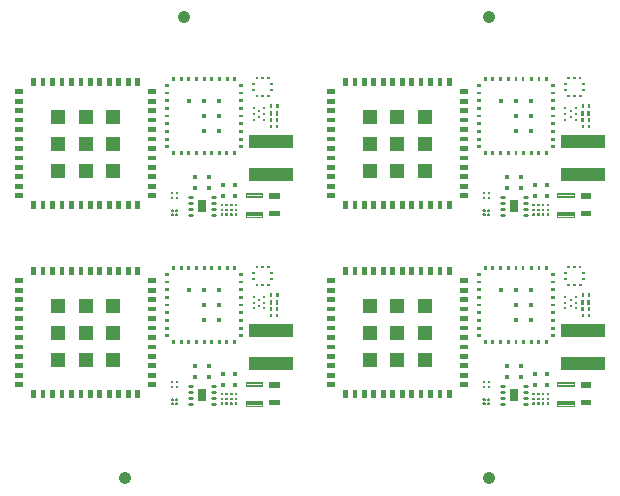
<source format=gbr>
*
%FSLAX26Y26*%
%MOIN*%
%ADD10R,0.015748X0.015748*%
%ADD11R,0.050394X0.050394*%
%ADD12R,0.008819X0.008819*%
%ADD13R,0.044094X0.044094*%
%ADD14C,0.007874*%
%ADD15C,0.007559*%
%ADD16C,0.004724*%
%ADD17R,0.018898X0.018898*%
%ADD18C,0.005000*%
%ADD19R,0.007874X0.007874*%
%ADD20R,0.008031X0.008031*%
%ADD21R,0.009449X0.009449*%
%ADD22C,0.008875*%
%ADD23R,0.025197X0.025197*%
%ADD24C,0.041339*%
%IPPOS*%
%LNgtp.gbr*%
%LPD*%
G75*
G36*
X723622Y73229D02*
Y68504D01*
X723563Y67812D01*
X723244Y67193D01*
X722709Y66745D01*
X722047Y66536D01*
X716535D01*
X715933Y66654D01*
X715421Y66997D01*
X715079Y67508D01*
X714961Y68111D01*
Y73229D01*
X715110Y73981D01*
X715535Y74623D01*
X716177Y75048D01*
X716929Y75197D01*
X721654D01*
X722406Y75048D01*
X723047Y74623D01*
X723472Y73981D01*
X723622Y73229D01*
G37*
G36*
Y88977D02*
Y84253D01*
X723563Y83560D01*
X723244Y82941D01*
X722709Y82493D01*
X722047Y82284D01*
X716535D01*
X715933Y82402D01*
X715421Y82745D01*
X715079Y83256D01*
X714961Y83859D01*
Y88977D01*
X715110Y89729D01*
X715535Y90371D01*
X716177Y90796D01*
X716929Y90945D01*
X721654D01*
X722406Y90796D01*
X723047Y90371D01*
X723472Y89729D01*
X723622Y88977D01*
G37*
G36*
Y104725D02*
Y100001D01*
X723563Y99308D01*
X723244Y98690D01*
X722709Y98241D01*
X722047Y98032D01*
X716535D01*
X715933Y98150D01*
X715421Y98493D01*
X715079Y99004D01*
X714961Y99607D01*
Y104725D01*
X715110Y105477D01*
X715535Y106119D01*
X716177Y106544D01*
X716929Y106693D01*
X721654D01*
X722406Y106544D01*
X723047Y106119D01*
X723472Y105477D01*
X723622Y104725D01*
G37*
G36*
X739370Y73229D02*
Y68504D01*
X739311Y67812D01*
X738992Y67193D01*
X738457Y66745D01*
X737795Y66536D01*
X732283D01*
X731681Y66654D01*
X731169Y66997D01*
X730827Y67508D01*
X730709Y68111D01*
Y73229D01*
X730858Y73981D01*
X731283Y74623D01*
X731925Y75048D01*
X732677Y75197D01*
X737402D01*
X738154Y75048D01*
X738795Y74623D01*
X739220Y73981D01*
X739370Y73229D01*
G37*
G36*
Y88977D02*
Y84253D01*
X739311Y83560D01*
X738992Y82941D01*
X738457Y82493D01*
X737795Y82284D01*
X732283D01*
X731681Y82402D01*
X731169Y82745D01*
X730827Y83256D01*
X730709Y83859D01*
Y88977D01*
X730858Y89729D01*
X731283Y90371D01*
X731925Y90796D01*
X732677Y90945D01*
X737402D01*
X738154Y90796D01*
X738795Y90371D01*
X739220Y89729D01*
X739370Y88977D01*
G37*
G36*
Y104725D02*
Y100001D01*
X739311Y99308D01*
X738992Y98690D01*
X738457Y98241D01*
X737795Y98032D01*
X732283D01*
X731681Y98150D01*
X731169Y98493D01*
X730827Y99004D01*
X730709Y99607D01*
Y104725D01*
X730858Y105477D01*
X731283Y106119D01*
X731925Y106544D01*
X732677Y106693D01*
X737402D01*
X738154Y106544D01*
X738795Y106119D01*
X739220Y105477D01*
X739370Y104725D01*
G37*
G36*
X755118Y73229D02*
Y68504D01*
X755059Y67812D01*
X754740Y67193D01*
X754205Y66745D01*
X753543Y66536D01*
X748031D01*
X747429Y66654D01*
X746917Y66997D01*
X746575Y67508D01*
X746457Y68111D01*
Y73229D01*
X746606Y73981D01*
X747031Y74623D01*
X747673Y75048D01*
X748425Y75197D01*
X753150D01*
X753902Y75048D01*
X754543Y74623D01*
X754968Y73981D01*
X755118Y73229D01*
G37*
G36*
Y88977D02*
Y84253D01*
X755059Y83560D01*
X754740Y82941D01*
X754205Y82493D01*
X753543Y82284D01*
X748031D01*
X747429Y82402D01*
X746917Y82745D01*
X746575Y83256D01*
X746457Y83859D01*
Y88977D01*
X746606Y89729D01*
X747031Y90371D01*
X747673Y90796D01*
X748425Y90945D01*
X753150D01*
X753902Y90796D01*
X754543Y90371D01*
X754968Y89729D01*
X755118Y88977D01*
G37*
G36*
Y104725D02*
Y100001D01*
X755059Y99308D01*
X754740Y98690D01*
X754205Y98241D01*
X753543Y98032D01*
X748031D01*
X747429Y98150D01*
X746917Y98493D01*
X746575Y99004D01*
X746457Y99607D01*
Y104725D01*
X746606Y105477D01*
X747031Y106119D01*
X747673Y106544D01*
X748425Y106693D01*
X753150D01*
X753902Y106544D01*
X754543Y106119D01*
X754968Y105477D01*
X755118Y104725D01*
G37*
G36*
X770866Y73229D02*
Y68504D01*
X770807Y67812D01*
X770488Y67193D01*
X769953Y66745D01*
X769291Y66536D01*
X763780D01*
X763177Y66654D01*
X762665Y66997D01*
X762323Y67508D01*
X762205Y68111D01*
Y73229D01*
X762354Y73981D01*
X762780Y74623D01*
X763421Y75048D01*
X764173Y75197D01*
X768898D01*
X769650Y75048D01*
X770291Y74623D01*
X770717Y73981D01*
X770866Y73229D01*
G37*
G36*
Y88977D02*
Y84253D01*
X770807Y83560D01*
X770488Y82941D01*
X769953Y82493D01*
X769291Y82284D01*
X763780D01*
X763177Y82402D01*
X762665Y82745D01*
X762323Y83256D01*
X762205Y83859D01*
Y88977D01*
X762354Y89729D01*
X762780Y90371D01*
X763421Y90796D01*
X764173Y90945D01*
X768898D01*
X769650Y90796D01*
X770291Y90371D01*
X770717Y89729D01*
X770866Y88977D01*
G37*
G36*
Y104725D02*
Y100001D01*
X770807Y99308D01*
X770488Y98690D01*
X769953Y98241D01*
X769291Y98032D01*
X763780D01*
X763177Y98150D01*
X762665Y98493D01*
X762323Y99004D01*
X762205Y99607D01*
Y104725D01*
X762354Y105477D01*
X762780Y106119D01*
X763421Y106544D01*
X764173Y106693D01*
X768898D01*
X769650Y106544D01*
X770291Y106119D01*
X770717Y105477D01*
X770866Y104725D01*
G37*
G54D10*
X676378Y194882D03*
Y159449D03*
X36878Y480316D02*
X48689D01*
X36878Y448819D02*
X48689D01*
X36878Y417323D02*
X48689D01*
X36878Y385827D02*
X48689D01*
X36878Y354331D02*
X48689D01*
X36878Y322835D02*
X48689D01*
X36878Y291339D02*
X48689D01*
X36878Y259843D02*
X48689D01*
X36878Y228347D02*
X48689D01*
X36878Y196851D02*
X48689D01*
X36878Y165355D02*
X48689D01*
X36878Y133859D02*
X48689D01*
X91996Y96457D02*
Y108268D01*
X123492Y96457D02*
Y108268D01*
X154988Y96457D02*
Y108268D01*
X186484Y96457D02*
Y108268D01*
X217980Y96457D02*
Y108268D01*
X249476Y96457D02*
Y108268D01*
X280972Y96457D02*
Y108268D01*
X312468Y96457D02*
Y108268D01*
X343965Y96457D02*
Y108268D01*
X375461Y96457D02*
Y108268D01*
X406957Y96457D02*
Y108268D01*
X438453Y96457D02*
Y108268D01*
X481760Y133859D02*
X493571D01*
X481760Y165355D02*
X493571D01*
X481760Y196851D02*
X493571D01*
X481760Y228347D02*
X493571D01*
X481760Y259843D02*
X493571D01*
X481760Y291339D02*
X493571D01*
X481760Y322835D02*
X493571D01*
X481760Y354331D02*
X493571D01*
X481760Y385827D02*
X493571D01*
X481760Y417323D02*
X493571D01*
X481760Y448819D02*
X493571D01*
X481760Y480316D02*
X493571D01*
X438453Y505906D02*
Y517717D01*
X406957Y505906D02*
Y517717D01*
X375461Y505906D02*
Y517717D01*
X343965Y505906D02*
Y517717D01*
X312468Y505906D02*
Y517717D01*
X280972Y505906D02*
Y517717D01*
X249476Y505906D02*
Y517717D01*
X217980Y505906D02*
Y517717D01*
X186484Y505906D02*
Y517717D01*
X154988Y505906D02*
Y517717D01*
X123492Y505906D02*
Y517717D01*
X91996Y505906D02*
Y517717D01*
G54D11*
X174673Y397638D03*
X265224D03*
X355776D03*
X174673Y307087D03*
X265224D03*
X355776D03*
X174673Y216536D03*
X265224D03*
X355776D03*
G54D12*
X902953Y404379D02*
Y410284D01*
X882874Y404379D02*
Y410284D01*
X903740Y429331D02*
Y435237D01*
X883661Y429331D02*
Y435237D01*
X903197Y382875D02*
Y388780D01*
X883118Y382875D02*
Y388780D01*
G54D13*
X832677Y205119D02*
X935039D01*
G54D14*
X568898Y141733D03*
Y125985D03*
X553150D03*
Y141733D03*
G54D13*
X832677Y313386D02*
X935039D01*
G54D10*
X629134Y159449D03*
Y194882D03*
G54D15*
X858858Y427166D03*
Y407481D03*
Y387796D03*
X842126Y417323D03*
Y397638D03*
X825394Y427166D03*
Y407481D03*
Y387796D03*
G54D16*
X852697Y78150D02*
Y63977D01*
X798689D01*
Y78150D01*
X852697D01*
Y68465D02*
X798689D01*
Y72953D02*
X852697D01*
Y77441D02*
X798689D01*
X852697Y128938D02*
Y143111D01*
Y128938D02*
X798689D01*
Y143111D01*
X852697D01*
Y133426D02*
X798689D01*
Y137914D02*
X852697D01*
Y142402D02*
X798689D01*
G54D17*
X886370Y133071D02*
X902118D01*
X886370Y74016D02*
X902118D01*
G54D10*
X762598Y169292D03*
Y133859D03*
X724016Y169292D03*
Y133859D03*
G54D18*
X552079Y71831D02*
X552087Y72004D01*
X552110Y72178D01*
X552150Y72347D01*
X552201Y72512D01*
X552268Y72674D01*
X552350Y72827D01*
X552445Y72973D01*
X552551Y73111D01*
X552669Y73237D01*
X552799Y73355D01*
X552941Y73457D01*
X553087Y73552D01*
X553244Y73627D01*
X553406Y73693D01*
X553575Y73741D01*
X553744Y73776D01*
X553917Y73796D01*
X554091Y73800D01*
X554264Y73788D01*
X554437Y73760D01*
X554606Y73717D01*
X554772Y73662D01*
X554929Y73591D01*
X555083Y73504D01*
X555224Y73410D01*
X555358Y73300D01*
X555484Y73178D01*
X555598Y73044D01*
X555701Y72902D01*
X555787Y72753D01*
X555862Y72595D01*
X555921Y72430D01*
X555968Y72264D01*
X556000Y72091D01*
X556016Y71918D01*
Y71745D01*
X556000Y71571D01*
X555968Y71398D01*
X555921Y71233D01*
X555862Y71067D01*
X555787Y70910D01*
X555701Y70760D01*
X555598Y70619D01*
X555484Y70485D01*
X555358Y70363D01*
X555224Y70253D01*
X555083Y70158D01*
X554929Y70071D01*
X554772Y70001D01*
X554606Y69945D01*
X554437Y69902D01*
X554264Y69875D01*
X554091Y69863D01*
X553917Y69867D01*
X553744Y69886D01*
X553575Y69922D01*
X553406Y69969D01*
X553244Y70036D01*
X553087Y70111D01*
X552941Y70205D01*
X552799Y70308D01*
X552669Y70426D01*
X552551Y70552D01*
X552445Y70690D01*
X552350Y70835D01*
X552268Y70989D01*
X552201Y71150D01*
X552150Y71316D01*
X552110Y71485D01*
X552087Y71658D01*
X552079Y71831D01*
Y85611D02*
X552087Y85784D01*
X552110Y85957D01*
X552150Y86127D01*
X552201Y86292D01*
X552268Y86453D01*
X552350Y86607D01*
X552445Y86753D01*
X552551Y86890D01*
X552669Y87016D01*
X552799Y87134D01*
X552941Y87237D01*
X553087Y87331D01*
X553244Y87406D01*
X553406Y87473D01*
X553575Y87520D01*
X553744Y87556D01*
X553917Y87575D01*
X554091Y87579D01*
X554264Y87567D01*
X554437Y87540D01*
X554606Y87497D01*
X554772Y87441D01*
X554929Y87371D01*
X555083Y87284D01*
X555224Y87190D01*
X555358Y87079D01*
X555484Y86957D01*
X555598Y86823D01*
X555701Y86682D01*
X555787Y86532D01*
X555862Y86375D01*
X555921Y86209D01*
X555968Y86044D01*
X556000Y85871D01*
X556016Y85697D01*
Y85524D01*
X556000Y85351D01*
X555968Y85178D01*
X555921Y85012D01*
X555862Y84847D01*
X555787Y84690D01*
X555701Y84540D01*
X555598Y84398D01*
X555484Y84264D01*
X555358Y84142D01*
X555224Y84032D01*
X555083Y83938D01*
X554929Y83851D01*
X554772Y83780D01*
X554606Y83725D01*
X554437Y83682D01*
X554264Y83654D01*
X554091Y83642D01*
X553917Y83646D01*
X553744Y83666D01*
X553575Y83701D01*
X553406Y83749D01*
X553244Y83816D01*
X553087Y83890D01*
X552941Y83985D01*
X552799Y84087D01*
X552669Y84205D01*
X552551Y84331D01*
X552445Y84469D01*
X552350Y84615D01*
X552268Y84768D01*
X552201Y84930D01*
X552150Y85095D01*
X552110Y85264D01*
X552087Y85438D01*
X552079Y85611D01*
X565858Y71831D02*
X565866Y72004D01*
X565890Y72178D01*
X565929Y72347D01*
X565980Y72512D01*
X566047Y72674D01*
X566130Y72827D01*
X566224Y72973D01*
X566331Y73111D01*
X566449Y73237D01*
X566579Y73355D01*
X566720Y73457D01*
X566866Y73552D01*
X567024Y73627D01*
X567185Y73693D01*
X567354Y73741D01*
X567524Y73776D01*
X567697Y73796D01*
X567870Y73800D01*
X568043Y73788D01*
X568217Y73760D01*
X568386Y73717D01*
X568551Y73662D01*
X568709Y73591D01*
X568862Y73504D01*
X569004Y73410D01*
X569138Y73300D01*
X569264Y73178D01*
X569378Y73044D01*
X569480Y72902D01*
X569567Y72753D01*
X569642Y72595D01*
X569701Y72430D01*
X569748Y72264D01*
X569780Y72091D01*
X569795Y71918D01*
Y71745D01*
X569780Y71571D01*
X569748Y71398D01*
X569701Y71233D01*
X569642Y71067D01*
X569567Y70910D01*
X569480Y70760D01*
X569378Y70619D01*
X569264Y70485D01*
X569138Y70363D01*
X569004Y70253D01*
X568862Y70158D01*
X568709Y70071D01*
X568551Y70001D01*
X568386Y69945D01*
X568217Y69902D01*
X568043Y69875D01*
X567870Y69863D01*
X567697Y69867D01*
X567524Y69886D01*
X567354Y69922D01*
X567185Y69969D01*
X567024Y70036D01*
X566866Y70111D01*
X566720Y70205D01*
X566579Y70308D01*
X566449Y70426D01*
X566331Y70552D01*
X566224Y70690D01*
X566130Y70835D01*
X566047Y70989D01*
X565980Y71150D01*
X565929Y71316D01*
X565890Y71485D01*
X565866Y71658D01*
X565858Y71831D01*
Y85611D02*
X565866Y85784D01*
X565890Y85957D01*
X565929Y86127D01*
X565980Y86292D01*
X566047Y86453D01*
X566130Y86607D01*
X566224Y86753D01*
X566331Y86890D01*
X566449Y87016D01*
X566579Y87134D01*
X566720Y87237D01*
X566866Y87331D01*
X567024Y87406D01*
X567185Y87473D01*
X567354Y87520D01*
X567524Y87556D01*
X567697Y87575D01*
X567870Y87579D01*
X568043Y87567D01*
X568217Y87540D01*
X568386Y87497D01*
X568551Y87441D01*
X568709Y87371D01*
X568862Y87284D01*
X569004Y87190D01*
X569138Y87079D01*
X569264Y86957D01*
X569378Y86823D01*
X569480Y86682D01*
X569567Y86532D01*
X569642Y86375D01*
X569701Y86209D01*
X569748Y86044D01*
X569780Y85871D01*
X569795Y85697D01*
Y85524D01*
X569780Y85351D01*
X569748Y85178D01*
X569701Y85012D01*
X569642Y84847D01*
X569567Y84690D01*
X569480Y84540D01*
X569378Y84398D01*
X569264Y84264D01*
X569138Y84142D01*
X569004Y84032D01*
X568862Y83938D01*
X568709Y83851D01*
X568551Y83780D01*
X568386Y83725D01*
X568217Y83682D01*
X568043Y83654D01*
X567870Y83642D01*
X567697Y83646D01*
X567524Y83666D01*
X567354Y83701D01*
X567185Y83749D01*
X567024Y83816D01*
X566866Y83890D01*
X566720Y83985D01*
X566579Y84087D01*
X566449Y84205D01*
X566331Y84331D01*
X566224Y84469D01*
X566130Y84615D01*
X566047Y84768D01*
X565980Y84930D01*
X565929Y85095D01*
X565890Y85264D01*
X565866Y85438D01*
X565858Y85611D01*
G54D19*
X884744Y486221D02*
X885728D01*
X884744Y505906D02*
X885728D01*
X874803Y525690D02*
Y526674D01*
X855118Y525690D02*
Y526674D01*
X835433Y525690D02*
Y526674D01*
X824508Y505906D02*
X825492D01*
X824508Y486221D02*
X825492D01*
X835433Y465453D02*
Y466438D01*
X855118Y465453D02*
Y466438D01*
G54D20*
X874803Y465552D02*
Y466339D01*
G54D21*
X782283Y296851D02*
X786220D01*
X782283Y322441D02*
X786220D01*
X782283Y348032D02*
X786220D01*
X782283Y373623D02*
X786220D01*
X782283Y399213D02*
X786220D01*
X782283Y424804D02*
X786220D01*
X782283Y450394D02*
X786220D01*
X782283Y475985D02*
X786220D01*
X782283Y501575D02*
X786220D01*
X762598Y521260D02*
Y525197D01*
X737008Y521260D02*
Y525197D01*
X711417Y521260D02*
Y525197D01*
X683858Y521260D02*
Y525197D01*
X660236Y521260D02*
Y525197D01*
X634646Y521260D02*
Y525197D01*
X609055Y521260D02*
Y525197D01*
X583465Y521260D02*
Y525197D01*
X557874Y521260D02*
Y525197D01*
X534252Y501575D02*
X538189D01*
X534252Y475985D02*
X538189D01*
X534252Y450394D02*
X538189D01*
X534252Y424804D02*
X538189D01*
X534252Y399213D02*
X538189D01*
X534252Y373623D02*
X538189D01*
X534252Y348032D02*
X538189D01*
X534252Y322441D02*
X538189D01*
X534252Y296851D02*
X538189D01*
X557874Y273229D02*
Y277166D01*
X583465Y273229D02*
Y277166D01*
X609055Y273229D02*
Y277166D01*
X634646Y273229D02*
Y277166D01*
X660236Y273229D02*
Y277166D01*
X685827Y273229D02*
Y277166D01*
X711417Y273229D02*
Y277166D01*
X735039Y273229D02*
Y277166D01*
X762598Y273229D02*
Y277166D01*
G54D10*
X660236Y399213D03*
Y348032D03*
X711417D03*
Y399213D03*
Y450394D03*
X660236D03*
X609055D03*
G54D22*
X609252Y129528D02*
X620276D01*
Y109843D02*
X609252D01*
Y90158D02*
X620276D01*
Y70473D02*
X609252D01*
X686024D02*
X697047D01*
Y90158D02*
X686024D01*
Y109843D02*
X697047D01*
Y129528D02*
X686024D01*
G54D23*
X653150Y92127D02*
Y107875D01*
G54D19*
X883953Y361961D02*
Y365898D01*
X903638Y361961D02*
Y365898D01*
G36*
X723622Y703150D02*
Y698426D01*
X723563Y697733D01*
X723244Y697115D01*
X722709Y696666D01*
X722047Y696457D01*
X716535D01*
X715933Y696575D01*
X715421Y696918D01*
X715079Y697430D01*
X714961Y698032D01*
Y703150D01*
X715110Y703902D01*
X715535Y704544D01*
X716177Y704969D01*
X716929Y705119D01*
X721654D01*
X722406Y704969D01*
X723047Y704544D01*
X723472Y703902D01*
X723622Y703150D01*
G37*
G36*
Y718898D02*
Y714174D01*
X723563Y713481D01*
X723244Y712863D01*
X722709Y712414D01*
X722047Y712205D01*
X716535D01*
X715933Y712323D01*
X715421Y712666D01*
X715079Y713178D01*
X714961Y713780D01*
Y718898D01*
X715110Y719650D01*
X715535Y720292D01*
X716177Y720717D01*
X716929Y720867D01*
X721654D01*
X722406Y720717D01*
X723047Y720292D01*
X723472Y719650D01*
X723622Y718898D01*
G37*
G36*
Y734646D02*
Y729922D01*
X723563Y729229D01*
X723244Y728611D01*
X722709Y728162D01*
X722047Y727953D01*
X716535D01*
X715933Y728071D01*
X715421Y728414D01*
X715079Y728926D01*
X714961Y729528D01*
Y734646D01*
X715110Y735398D01*
X715535Y736040D01*
X716177Y736465D01*
X716929Y736615D01*
X721654D01*
X722406Y736465D01*
X723047Y736040D01*
X723472Y735398D01*
X723622Y734646D01*
G37*
G36*
X739370Y703150D02*
Y698426D01*
X739311Y697733D01*
X738992Y697115D01*
X738457Y696666D01*
X737795Y696457D01*
X732283D01*
X731681Y696575D01*
X731169Y696918D01*
X730827Y697430D01*
X730709Y698032D01*
Y703150D01*
X730858Y703902D01*
X731283Y704544D01*
X731925Y704969D01*
X732677Y705119D01*
X737402D01*
X738154Y704969D01*
X738795Y704544D01*
X739220Y703902D01*
X739370Y703150D01*
G37*
G36*
Y718898D02*
Y714174D01*
X739311Y713481D01*
X738992Y712863D01*
X738457Y712414D01*
X737795Y712205D01*
X732283D01*
X731681Y712323D01*
X731169Y712666D01*
X730827Y713178D01*
X730709Y713780D01*
Y718898D01*
X730858Y719650D01*
X731283Y720292D01*
X731925Y720717D01*
X732677Y720867D01*
X737402D01*
X738154Y720717D01*
X738795Y720292D01*
X739220Y719650D01*
X739370Y718898D01*
G37*
G36*
Y734646D02*
Y729922D01*
X739311Y729229D01*
X738992Y728611D01*
X738457Y728162D01*
X737795Y727953D01*
X732283D01*
X731681Y728071D01*
X731169Y728414D01*
X730827Y728926D01*
X730709Y729528D01*
Y734646D01*
X730858Y735398D01*
X731283Y736040D01*
X731925Y736465D01*
X732677Y736615D01*
X737402D01*
X738154Y736465D01*
X738795Y736040D01*
X739220Y735398D01*
X739370Y734646D01*
G37*
G36*
X755118Y703150D02*
Y698426D01*
X755059Y697733D01*
X754740Y697115D01*
X754205Y696666D01*
X753543Y696457D01*
X748031D01*
X747429Y696575D01*
X746917Y696918D01*
X746575Y697430D01*
X746457Y698032D01*
Y703150D01*
X746606Y703902D01*
X747031Y704544D01*
X747673Y704969D01*
X748425Y705119D01*
X753150D01*
X753902Y704969D01*
X754543Y704544D01*
X754968Y703902D01*
X755118Y703150D01*
G37*
G36*
Y718898D02*
Y714174D01*
X755059Y713481D01*
X754740Y712863D01*
X754205Y712414D01*
X753543Y712205D01*
X748031D01*
X747429Y712323D01*
X746917Y712666D01*
X746575Y713178D01*
X746457Y713780D01*
Y718898D01*
X746606Y719650D01*
X747031Y720292D01*
X747673Y720717D01*
X748425Y720867D01*
X753150D01*
X753902Y720717D01*
X754543Y720292D01*
X754968Y719650D01*
X755118Y718898D01*
G37*
G36*
Y734646D02*
Y729922D01*
X755059Y729229D01*
X754740Y728611D01*
X754205Y728162D01*
X753543Y727953D01*
X748031D01*
X747429Y728071D01*
X746917Y728414D01*
X746575Y728926D01*
X746457Y729528D01*
Y734646D01*
X746606Y735398D01*
X747031Y736040D01*
X747673Y736465D01*
X748425Y736615D01*
X753150D01*
X753902Y736465D01*
X754543Y736040D01*
X754968Y735398D01*
X755118Y734646D01*
G37*
G36*
X770866Y703150D02*
Y698426D01*
X770807Y697733D01*
X770488Y697115D01*
X769953Y696666D01*
X769291Y696457D01*
X763780D01*
X763177Y696575D01*
X762665Y696918D01*
X762323Y697430D01*
X762205Y698032D01*
Y703150D01*
X762354Y703902D01*
X762780Y704544D01*
X763421Y704969D01*
X764173Y705119D01*
X768898D01*
X769650Y704969D01*
X770291Y704544D01*
X770717Y703902D01*
X770866Y703150D01*
G37*
G36*
Y718898D02*
Y714174D01*
X770807Y713481D01*
X770488Y712863D01*
X769953Y712414D01*
X769291Y712205D01*
X763780D01*
X763177Y712323D01*
X762665Y712666D01*
X762323Y713178D01*
X762205Y713780D01*
Y718898D01*
X762354Y719650D01*
X762780Y720292D01*
X763421Y720717D01*
X764173Y720867D01*
X768898D01*
X769650Y720717D01*
X770291Y720292D01*
X770717Y719650D01*
X770866Y718898D01*
G37*
G36*
Y734646D02*
Y729922D01*
X770807Y729229D01*
X770488Y728611D01*
X769953Y728162D01*
X769291Y727953D01*
X763780D01*
X763177Y728071D01*
X762665Y728414D01*
X762323Y728926D01*
X762205Y729528D01*
Y734646D01*
X762354Y735398D01*
X762780Y736040D01*
X763421Y736465D01*
X764173Y736615D01*
X768898D01*
X769650Y736465D01*
X770291Y736040D01*
X770717Y735398D01*
X770866Y734646D01*
G37*
G54D10*
X676378Y824804D03*
Y789371D03*
X36878Y1110237D02*
X48689D01*
X36878Y1078741D02*
X48689D01*
X36878Y1047245D02*
X48689D01*
X36878Y1015749D02*
X48689D01*
X36878Y984253D02*
X48689D01*
X36878Y952756D02*
X48689D01*
X36878Y921260D02*
X48689D01*
X36878Y889764D02*
X48689D01*
X36878Y858268D02*
X48689D01*
X36878Y826772D02*
X48689D01*
X36878Y795276D02*
X48689D01*
X36878Y763780D02*
X48689D01*
X91996Y726379D02*
Y738190D01*
X123492Y726379D02*
Y738190D01*
X154988Y726379D02*
Y738190D01*
X186484Y726379D02*
Y738190D01*
X217980Y726379D02*
Y738190D01*
X249476Y726379D02*
Y738190D01*
X280972Y726379D02*
Y738190D01*
X312468Y726379D02*
Y738190D01*
X343965Y726379D02*
Y738190D01*
X375461Y726379D02*
Y738190D01*
X406957Y726379D02*
Y738190D01*
X438453Y726379D02*
Y738190D01*
X481760Y763780D02*
X493571D01*
X481760Y795276D02*
X493571D01*
X481760Y826772D02*
X493571D01*
X481760Y858268D02*
X493571D01*
X481760Y889764D02*
X493571D01*
X481760Y921260D02*
X493571D01*
X481760Y952756D02*
X493571D01*
X481760Y984253D02*
X493571D01*
X481760Y1015749D02*
X493571D01*
X481760Y1047245D02*
X493571D01*
X481760Y1078741D02*
X493571D01*
X481760Y1110237D02*
X493571D01*
X438453Y1135827D02*
Y1147638D01*
X406957Y1135827D02*
Y1147638D01*
X375461Y1135827D02*
Y1147638D01*
X343965Y1135827D02*
Y1147638D01*
X312468Y1135827D02*
Y1147638D01*
X280972Y1135827D02*
Y1147638D01*
X249476Y1135827D02*
Y1147638D01*
X217980Y1135827D02*
Y1147638D01*
X186484Y1135827D02*
Y1147638D01*
X154988Y1135827D02*
Y1147638D01*
X123492Y1135827D02*
Y1147638D01*
X91996Y1135827D02*
Y1147638D01*
G54D11*
X174673Y1027560D03*
X265224D03*
X355776D03*
X174673Y937008D03*
X265224D03*
X355776D03*
X174673Y846457D03*
X265224D03*
X355776D03*
G54D12*
X902953Y1034300D02*
Y1040205D01*
X882874Y1034300D02*
Y1040205D01*
X903740Y1059253D02*
Y1065158D01*
X883661Y1059253D02*
Y1065158D01*
X903197Y1012796D02*
Y1018701D01*
X883118Y1012796D02*
Y1018701D01*
G54D13*
X832677Y835040D02*
X935039D01*
G54D14*
X568898Y771654D03*
Y755906D03*
X553150D03*
Y771654D03*
G54D13*
X832677Y943308D02*
X935039D01*
G54D10*
X629134Y789371D03*
Y824804D03*
G54D15*
X858858Y1057087D03*
Y1037402D03*
Y1017717D03*
X842126Y1047245D03*
Y1027560D03*
X825394Y1057087D03*
Y1037402D03*
Y1017717D03*
G54D16*
X852697Y708071D02*
Y693898D01*
X798689D01*
Y708071D01*
X852697D01*
Y698386D02*
X798689D01*
Y702875D02*
X852697D01*
Y707363D02*
X798689D01*
X852697Y758859D02*
Y773032D01*
Y758859D02*
X798689D01*
Y773032D01*
X852697D01*
Y763347D02*
X798689D01*
Y767835D02*
X852697D01*
Y772323D02*
X798689D01*
G54D17*
X886370Y762993D02*
X902118D01*
X886370Y703938D02*
X902118D01*
G54D10*
X762598Y799213D03*
Y763780D03*
X724016Y799213D03*
Y763780D03*
G54D18*
X552079Y701753D02*
X552087Y701926D01*
X552110Y702099D01*
X552150Y702268D01*
X552201Y702434D01*
X552268Y702595D01*
X552350Y702749D01*
X552445Y702894D01*
X552551Y703032D01*
X552669Y703158D01*
X552799Y703276D01*
X552941Y703379D01*
X553087Y703473D01*
X553244Y703548D01*
X553406Y703615D01*
X553575Y703662D01*
X553744Y703697D01*
X553917Y703717D01*
X554091Y703721D01*
X554264Y703709D01*
X554437Y703682D01*
X554606Y703638D01*
X554772Y703583D01*
X554929Y703512D01*
X555083Y703426D01*
X555224Y703331D01*
X555358Y703221D01*
X555484Y703099D01*
X555598Y702965D01*
X555701Y702823D01*
X555787Y702674D01*
X555862Y702516D01*
X555921Y702351D01*
X555968Y702186D01*
X556000Y702012D01*
X556016Y701839D01*
Y701666D01*
X556000Y701493D01*
X555968Y701319D01*
X555921Y701154D01*
X555862Y700989D01*
X555787Y700831D01*
X555701Y700682D01*
X555598Y700540D01*
X555484Y700406D01*
X555358Y700284D01*
X555224Y700174D01*
X555083Y700079D01*
X554929Y699993D01*
X554772Y699922D01*
X554606Y699867D01*
X554437Y699823D01*
X554264Y699796D01*
X554091Y699784D01*
X553917Y699788D01*
X553744Y699808D01*
X553575Y699843D01*
X553406Y699890D01*
X553244Y699957D01*
X553087Y700032D01*
X552941Y700127D01*
X552799Y700229D01*
X552669Y700347D01*
X552551Y700473D01*
X552445Y700611D01*
X552350Y700756D01*
X552268Y700910D01*
X552201Y701071D01*
X552150Y701237D01*
X552110Y701406D01*
X552087Y701579D01*
X552079Y701753D01*
Y715532D02*
X552087Y715705D01*
X552110Y715879D01*
X552150Y716048D01*
X552201Y716213D01*
X552268Y716375D01*
X552350Y716528D01*
X552445Y716674D01*
X552551Y716812D01*
X552669Y716938D01*
X552799Y717056D01*
X552941Y717158D01*
X553087Y717253D01*
X553244Y717327D01*
X553406Y717394D01*
X553575Y717441D01*
X553744Y717477D01*
X553917Y717497D01*
X554091Y717501D01*
X554264Y717489D01*
X554437Y717461D01*
X554606Y717418D01*
X554772Y717363D01*
X554929Y717292D01*
X555083Y717205D01*
X555224Y717111D01*
X555358Y717001D01*
X555484Y716879D01*
X555598Y716745D01*
X555701Y716603D01*
X555787Y716453D01*
X555862Y716296D01*
X555921Y716130D01*
X555968Y715965D01*
X556000Y715792D01*
X556016Y715619D01*
Y715445D01*
X556000Y715272D01*
X555968Y715099D01*
X555921Y714934D01*
X555862Y714768D01*
X555787Y714611D01*
X555701Y714461D01*
X555598Y714319D01*
X555484Y714186D01*
X555358Y714064D01*
X555224Y713953D01*
X555083Y713859D01*
X554929Y713772D01*
X554772Y713701D01*
X554606Y713646D01*
X554437Y713603D01*
X554264Y713575D01*
X554091Y713564D01*
X553917Y713567D01*
X553744Y713587D01*
X553575Y713623D01*
X553406Y713670D01*
X553244Y713737D01*
X553087Y713812D01*
X552941Y713906D01*
X552799Y714008D01*
X552669Y714127D01*
X552551Y714253D01*
X552445Y714390D01*
X552350Y714536D01*
X552268Y714690D01*
X552201Y714851D01*
X552150Y715016D01*
X552110Y715186D01*
X552087Y715359D01*
X552079Y715532D01*
X565858Y701753D02*
X565866Y701926D01*
X565890Y702099D01*
X565929Y702268D01*
X565980Y702434D01*
X566047Y702595D01*
X566130Y702749D01*
X566224Y702894D01*
X566331Y703032D01*
X566449Y703158D01*
X566579Y703276D01*
X566720Y703379D01*
X566866Y703473D01*
X567024Y703548D01*
X567185Y703615D01*
X567354Y703662D01*
X567524Y703697D01*
X567697Y703717D01*
X567870Y703721D01*
X568043Y703709D01*
X568217Y703682D01*
X568386Y703638D01*
X568551Y703583D01*
X568709Y703512D01*
X568862Y703426D01*
X569004Y703331D01*
X569138Y703221D01*
X569264Y703099D01*
X569378Y702965D01*
X569480Y702823D01*
X569567Y702674D01*
X569642Y702516D01*
X569701Y702351D01*
X569748Y702186D01*
X569780Y702012D01*
X569795Y701839D01*
Y701666D01*
X569780Y701493D01*
X569748Y701319D01*
X569701Y701154D01*
X569642Y700989D01*
X569567Y700831D01*
X569480Y700682D01*
X569378Y700540D01*
X569264Y700406D01*
X569138Y700284D01*
X569004Y700174D01*
X568862Y700079D01*
X568709Y699993D01*
X568551Y699922D01*
X568386Y699867D01*
X568217Y699823D01*
X568043Y699796D01*
X567870Y699784D01*
X567697Y699788D01*
X567524Y699808D01*
X567354Y699843D01*
X567185Y699890D01*
X567024Y699957D01*
X566866Y700032D01*
X566720Y700127D01*
X566579Y700229D01*
X566449Y700347D01*
X566331Y700473D01*
X566224Y700611D01*
X566130Y700756D01*
X566047Y700910D01*
X565980Y701071D01*
X565929Y701237D01*
X565890Y701406D01*
X565866Y701579D01*
X565858Y701753D01*
Y715532D02*
X565866Y715705D01*
X565890Y715879D01*
X565929Y716048D01*
X565980Y716213D01*
X566047Y716375D01*
X566130Y716528D01*
X566224Y716674D01*
X566331Y716812D01*
X566449Y716938D01*
X566579Y717056D01*
X566720Y717158D01*
X566866Y717253D01*
X567024Y717327D01*
X567185Y717394D01*
X567354Y717441D01*
X567524Y717477D01*
X567697Y717497D01*
X567870Y717501D01*
X568043Y717489D01*
X568217Y717461D01*
X568386Y717418D01*
X568551Y717363D01*
X568709Y717292D01*
X568862Y717205D01*
X569004Y717111D01*
X569138Y717001D01*
X569264Y716879D01*
X569378Y716745D01*
X569480Y716603D01*
X569567Y716453D01*
X569642Y716296D01*
X569701Y716130D01*
X569748Y715965D01*
X569780Y715792D01*
X569795Y715619D01*
Y715445D01*
X569780Y715272D01*
X569748Y715099D01*
X569701Y714934D01*
X569642Y714768D01*
X569567Y714611D01*
X569480Y714461D01*
X569378Y714319D01*
X569264Y714186D01*
X569138Y714064D01*
X569004Y713953D01*
X568862Y713859D01*
X568709Y713772D01*
X568551Y713701D01*
X568386Y713646D01*
X568217Y713603D01*
X568043Y713575D01*
X567870Y713564D01*
X567697Y713567D01*
X567524Y713587D01*
X567354Y713623D01*
X567185Y713670D01*
X567024Y713737D01*
X566866Y713812D01*
X566720Y713906D01*
X566579Y714008D01*
X566449Y714127D01*
X566331Y714253D01*
X566224Y714390D01*
X566130Y714536D01*
X566047Y714690D01*
X565980Y714851D01*
X565929Y715016D01*
X565890Y715186D01*
X565866Y715359D01*
X565858Y715532D01*
G54D19*
X884744Y1116142D02*
X885728D01*
X884744Y1135827D02*
X885728D01*
X874803Y1155611D02*
Y1156595D01*
X855118Y1155611D02*
Y1156595D01*
X835433Y1155611D02*
Y1156595D01*
X824508Y1135827D02*
X825492D01*
X824508Y1116142D02*
X825492D01*
X835433Y1095375D02*
Y1096359D01*
X855118Y1095375D02*
Y1096359D01*
G54D20*
X874803Y1095473D02*
Y1096260D01*
G54D21*
X782283Y926772D02*
X786220D01*
X782283Y952363D02*
X786220D01*
X782283Y977953D02*
X786220D01*
X782283Y1003544D02*
X786220D01*
X782283Y1029134D02*
X786220D01*
X782283Y1054725D02*
X786220D01*
X782283Y1080316D02*
X786220D01*
X782283Y1105906D02*
X786220D01*
X782283Y1131497D02*
X786220D01*
X762598Y1151182D02*
Y1155119D01*
X737008Y1151182D02*
Y1155119D01*
X711417Y1151182D02*
Y1155119D01*
X683858Y1151182D02*
Y1155119D01*
X660236Y1151182D02*
Y1155119D01*
X634646Y1151182D02*
Y1155119D01*
X609055Y1151182D02*
Y1155119D01*
X583465Y1151182D02*
Y1155119D01*
X557874Y1151182D02*
Y1155119D01*
X534252Y1131497D02*
X538189D01*
X534252Y1105906D02*
X538189D01*
X534252Y1080316D02*
X538189D01*
X534252Y1054725D02*
X538189D01*
X534252Y1029134D02*
X538189D01*
X534252Y1003544D02*
X538189D01*
X534252Y977953D02*
X538189D01*
X534252Y952363D02*
X538189D01*
X534252Y926772D02*
X538189D01*
X557874Y903150D02*
Y907087D01*
X583465Y903150D02*
Y907087D01*
X609055Y903150D02*
Y907087D01*
X634646Y903150D02*
Y907087D01*
X660236Y903150D02*
Y907087D01*
X685827Y903150D02*
Y907087D01*
X711417Y903150D02*
Y907087D01*
X735039Y903150D02*
Y907087D01*
X762598Y903150D02*
Y907087D01*
G54D10*
X660236Y1029134D03*
Y977953D03*
X711417D03*
Y1029134D03*
Y1080316D03*
X660236D03*
X609055D03*
G54D22*
X609252Y759449D02*
X620276D01*
Y739764D02*
X609252D01*
Y720079D02*
X620276D01*
Y700394D02*
X609252D01*
X686024D02*
X697047D01*
Y720079D02*
X686024D01*
Y739764D02*
X697047D01*
Y759449D02*
X686024D01*
G54D23*
X653150Y722048D02*
Y737796D01*
G54D19*
X883953Y991882D02*
Y995819D01*
X903638Y991882D02*
Y995819D01*
G36*
X1762992Y73229D02*
Y68504D01*
X1762933Y67812D01*
X1762614Y67193D01*
X1762079Y66745D01*
X1761417Y66536D01*
X1755906D01*
X1755303Y66654D01*
X1754791Y66997D01*
X1754449Y67508D01*
X1754331Y68111D01*
Y73229D01*
X1754480Y73981D01*
X1754906Y74623D01*
X1755547Y75048D01*
X1756299Y75197D01*
X1761024D01*
X1761776Y75048D01*
X1762417Y74623D01*
X1762843Y73981D01*
X1762992Y73229D01*
G37*
G36*
Y88977D02*
Y84253D01*
X1762933Y83560D01*
X1762614Y82941D01*
X1762079Y82493D01*
X1761417Y82284D01*
X1755906D01*
X1755303Y82402D01*
X1754791Y82745D01*
X1754449Y83256D01*
X1754331Y83859D01*
Y88977D01*
X1754480Y89729D01*
X1754906Y90371D01*
X1755547Y90796D01*
X1756299Y90945D01*
X1761024D01*
X1761776Y90796D01*
X1762417Y90371D01*
X1762843Y89729D01*
X1762992Y88977D01*
G37*
G36*
Y104725D02*
Y100001D01*
X1762933Y99308D01*
X1762614Y98690D01*
X1762079Y98241D01*
X1761417Y98032D01*
X1755906D01*
X1755303Y98150D01*
X1754791Y98493D01*
X1754449Y99004D01*
X1754331Y99607D01*
Y104725D01*
X1754480Y105477D01*
X1754906Y106119D01*
X1755547Y106544D01*
X1756299Y106693D01*
X1761024D01*
X1761776Y106544D01*
X1762417Y106119D01*
X1762843Y105477D01*
X1762992Y104725D01*
G37*
G36*
X1778740Y73229D02*
Y68504D01*
X1778681Y67812D01*
X1778362Y67193D01*
X1777827Y66745D01*
X1777165Y66536D01*
X1771654D01*
X1771051Y66654D01*
X1770539Y66997D01*
X1770197Y67508D01*
X1770079Y68111D01*
Y73229D01*
X1770228Y73981D01*
X1770654Y74623D01*
X1771295Y75048D01*
X1772047Y75197D01*
X1776772D01*
X1777524Y75048D01*
X1778165Y74623D01*
X1778591Y73981D01*
X1778740Y73229D01*
G37*
G36*
Y88977D02*
Y84253D01*
X1778681Y83560D01*
X1778362Y82941D01*
X1777827Y82493D01*
X1777165Y82284D01*
X1771654D01*
X1771051Y82402D01*
X1770539Y82745D01*
X1770197Y83256D01*
X1770079Y83859D01*
Y88977D01*
X1770228Y89729D01*
X1770654Y90371D01*
X1771295Y90796D01*
X1772047Y90945D01*
X1776772D01*
X1777524Y90796D01*
X1778165Y90371D01*
X1778591Y89729D01*
X1778740Y88977D01*
G37*
G36*
Y104725D02*
Y100001D01*
X1778681Y99308D01*
X1778362Y98690D01*
X1777827Y98241D01*
X1777165Y98032D01*
X1771654D01*
X1771051Y98150D01*
X1770539Y98493D01*
X1770197Y99004D01*
X1770079Y99607D01*
Y104725D01*
X1770228Y105477D01*
X1770654Y106119D01*
X1771295Y106544D01*
X1772047Y106693D01*
X1776772D01*
X1777524Y106544D01*
X1778165Y106119D01*
X1778591Y105477D01*
X1778740Y104725D01*
G37*
G36*
X1794488Y73229D02*
Y68504D01*
X1794429Y67812D01*
X1794110Y67193D01*
X1793575Y66745D01*
X1792913Y66536D01*
X1787402D01*
X1786799Y66654D01*
X1786287Y66997D01*
X1785945Y67508D01*
X1785827Y68111D01*
Y73229D01*
X1785976Y73981D01*
X1786402Y74623D01*
X1787043Y75048D01*
X1787795Y75197D01*
X1792520D01*
X1793272Y75048D01*
X1793913Y74623D01*
X1794339Y73981D01*
X1794488Y73229D01*
G37*
G36*
Y88977D02*
Y84253D01*
X1794429Y83560D01*
X1794110Y82941D01*
X1793575Y82493D01*
X1792913Y82284D01*
X1787402D01*
X1786799Y82402D01*
X1786287Y82745D01*
X1785945Y83256D01*
X1785827Y83859D01*
Y88977D01*
X1785976Y89729D01*
X1786402Y90371D01*
X1787043Y90796D01*
X1787795Y90945D01*
X1792520D01*
X1793272Y90796D01*
X1793913Y90371D01*
X1794339Y89729D01*
X1794488Y88977D01*
G37*
G36*
Y104725D02*
Y100001D01*
X1794429Y99308D01*
X1794110Y98690D01*
X1793575Y98241D01*
X1792913Y98032D01*
X1787402D01*
X1786799Y98150D01*
X1786287Y98493D01*
X1785945Y99004D01*
X1785827Y99607D01*
Y104725D01*
X1785976Y105477D01*
X1786402Y106119D01*
X1787043Y106544D01*
X1787795Y106693D01*
X1792520D01*
X1793272Y106544D01*
X1793913Y106119D01*
X1794339Y105477D01*
X1794488Y104725D01*
G37*
G36*
X1810236Y73229D02*
Y68504D01*
X1810177Y67812D01*
X1809858Y67193D01*
X1809323Y66745D01*
X1808661Y66536D01*
X1803150D01*
X1802547Y66654D01*
X1802035Y66997D01*
X1801693Y67508D01*
X1801575Y68111D01*
Y73229D01*
X1801724Y73981D01*
X1802150Y74623D01*
X1802791Y75048D01*
X1803543Y75197D01*
X1808268D01*
X1809020Y75048D01*
X1809661Y74623D01*
X1810087Y73981D01*
X1810236Y73229D01*
G37*
G36*
Y88977D02*
Y84253D01*
X1810177Y83560D01*
X1809858Y82941D01*
X1809323Y82493D01*
X1808661Y82284D01*
X1803150D01*
X1802547Y82402D01*
X1802035Y82745D01*
X1801693Y83256D01*
X1801575Y83859D01*
Y88977D01*
X1801724Y89729D01*
X1802150Y90371D01*
X1802791Y90796D01*
X1803543Y90945D01*
X1808268D01*
X1809020Y90796D01*
X1809661Y90371D01*
X1810087Y89729D01*
X1810236Y88977D01*
G37*
G36*
Y104725D02*
Y100001D01*
X1810177Y99308D01*
X1809858Y98690D01*
X1809323Y98241D01*
X1808661Y98032D01*
X1803150D01*
X1802547Y98150D01*
X1802035Y98493D01*
X1801693Y99004D01*
X1801575Y99607D01*
Y104725D01*
X1801724Y105477D01*
X1802150Y106119D01*
X1802791Y106544D01*
X1803543Y106693D01*
X1808268D01*
X1809020Y106544D01*
X1809661Y106119D01*
X1810087Y105477D01*
X1810236Y104725D01*
G37*
G54D10*
X1715748Y194882D03*
Y159449D03*
X1076248Y480316D02*
X1088059D01*
X1076248Y448819D02*
X1088059D01*
X1076248Y417323D02*
X1088059D01*
X1076248Y385827D02*
X1088059D01*
X1076248Y354331D02*
X1088059D01*
X1076248Y322835D02*
X1088059D01*
X1076248Y291339D02*
X1088059D01*
X1076248Y259843D02*
X1088059D01*
X1076248Y228347D02*
X1088059D01*
X1076248Y196851D02*
X1088059D01*
X1076248Y165355D02*
X1088059D01*
X1076248Y133859D02*
X1088059D01*
X1131366Y96457D02*
Y108268D01*
X1162862Y96457D02*
Y108268D01*
X1194358Y96457D02*
Y108268D01*
X1225854Y96457D02*
Y108268D01*
X1257350Y96457D02*
Y108268D01*
X1288846Y96457D02*
Y108268D01*
X1320343Y96457D02*
Y108268D01*
X1351839Y96457D02*
Y108268D01*
X1383335Y96457D02*
Y108268D01*
X1414831Y96457D02*
Y108268D01*
X1446327Y96457D02*
Y108268D01*
X1477823Y96457D02*
Y108268D01*
X1521130Y133859D02*
X1532941D01*
X1521130Y165355D02*
X1532941D01*
X1521130Y196851D02*
X1532941D01*
X1521130Y228347D02*
X1532941D01*
X1521130Y259843D02*
X1532941D01*
X1521130Y291339D02*
X1532941D01*
X1521130Y322835D02*
X1532941D01*
X1521130Y354331D02*
X1532941D01*
X1521130Y385827D02*
X1532941D01*
X1521130Y417323D02*
X1532941D01*
X1521130Y448819D02*
X1532941D01*
X1521130Y480316D02*
X1532941D01*
X1477823Y505906D02*
Y517717D01*
X1446327Y505906D02*
Y517717D01*
X1414831Y505906D02*
Y517717D01*
X1383335Y505906D02*
Y517717D01*
X1351839Y505906D02*
Y517717D01*
X1320343Y505906D02*
Y517717D01*
X1288846Y505906D02*
Y517717D01*
X1257350Y505906D02*
Y517717D01*
X1225854Y505906D02*
Y517717D01*
X1194358Y505906D02*
Y517717D01*
X1162862Y505906D02*
Y517717D01*
X1131366Y505906D02*
Y517717D01*
G54D11*
X1214043Y397638D03*
X1304594D03*
X1395146D03*
X1214043Y307087D03*
X1304594D03*
X1395146D03*
X1214043Y216536D03*
X1304594D03*
X1395146D03*
G54D12*
X1942323Y404379D02*
Y410284D01*
X1922244Y404379D02*
Y410284D01*
X1943110Y429331D02*
Y435237D01*
X1923031Y429331D02*
Y435237D01*
X1942567Y382875D02*
Y388780D01*
X1922488Y382875D02*
Y388780D01*
G54D13*
X1872047Y205119D02*
X1974409D01*
G54D14*
X1608268Y141733D03*
Y125985D03*
X1592520D03*
Y141733D03*
G54D13*
X1872047Y313386D02*
X1974409D01*
G54D10*
X1668504Y159449D03*
Y194882D03*
G54D15*
X1898228Y427166D03*
Y407481D03*
Y387796D03*
X1881496Y417323D03*
Y397638D03*
X1864764Y427166D03*
Y407481D03*
Y387796D03*
G54D16*
X1892067Y78150D02*
Y63977D01*
X1838059D01*
Y78150D01*
X1892067D01*
Y68465D02*
X1838059D01*
Y72953D02*
X1892067D01*
Y77441D02*
X1838059D01*
X1892067Y128938D02*
Y143111D01*
Y128938D02*
X1838059D01*
Y143111D01*
X1892067D01*
Y133426D02*
X1838059D01*
Y137914D02*
X1892067D01*
Y142402D02*
X1838059D01*
G54D17*
X1925740Y133071D02*
X1941488D01*
X1925740Y74016D02*
X1941488D01*
G54D10*
X1801968Y169292D03*
Y133859D03*
X1763386Y169292D03*
Y133859D03*
G54D18*
X1591449Y71831D02*
X1591457Y72004D01*
X1591480Y72178D01*
X1591520Y72347D01*
X1591571Y72512D01*
X1591638Y72674D01*
X1591720Y72827D01*
X1591815Y72973D01*
X1591921Y73111D01*
X1592039Y73237D01*
X1592169Y73355D01*
X1592311Y73457D01*
X1592457Y73552D01*
X1592614Y73627D01*
X1592776Y73693D01*
X1592945Y73741D01*
X1593114Y73776D01*
X1593287Y73796D01*
X1593461Y73800D01*
X1593634Y73788D01*
X1593807Y73760D01*
X1593976Y73717D01*
X1594142Y73662D01*
X1594299Y73591D01*
X1594453Y73504D01*
X1594594Y73410D01*
X1594728Y73300D01*
X1594854Y73178D01*
X1594968Y73044D01*
X1595071Y72902D01*
X1595157Y72753D01*
X1595232Y72595D01*
X1595291Y72430D01*
X1595339Y72264D01*
X1595370Y72091D01*
X1595386Y71918D01*
Y71745D01*
X1595370Y71571D01*
X1595339Y71398D01*
X1595291Y71233D01*
X1595232Y71067D01*
X1595157Y70910D01*
X1595071Y70760D01*
X1594968Y70619D01*
X1594854Y70485D01*
X1594728Y70363D01*
X1594594Y70253D01*
X1594453Y70158D01*
X1594299Y70071D01*
X1594142Y70001D01*
X1593976Y69945D01*
X1593807Y69902D01*
X1593634Y69875D01*
X1593461Y69863D01*
X1593287Y69867D01*
X1593114Y69886D01*
X1592945Y69922D01*
X1592776Y69969D01*
X1592614Y70036D01*
X1592457Y70111D01*
X1592311Y70205D01*
X1592169Y70308D01*
X1592039Y70426D01*
X1591921Y70552D01*
X1591815Y70690D01*
X1591720Y70835D01*
X1591638Y70989D01*
X1591571Y71150D01*
X1591520Y71316D01*
X1591480Y71485D01*
X1591457Y71658D01*
X1591449Y71831D01*
Y85611D02*
X1591457Y85784D01*
X1591480Y85957D01*
X1591520Y86127D01*
X1591571Y86292D01*
X1591638Y86453D01*
X1591720Y86607D01*
X1591815Y86753D01*
X1591921Y86890D01*
X1592039Y87016D01*
X1592169Y87134D01*
X1592311Y87237D01*
X1592457Y87331D01*
X1592614Y87406D01*
X1592776Y87473D01*
X1592945Y87520D01*
X1593114Y87556D01*
X1593287Y87575D01*
X1593461Y87579D01*
X1593634Y87567D01*
X1593807Y87540D01*
X1593976Y87497D01*
X1594142Y87441D01*
X1594299Y87371D01*
X1594453Y87284D01*
X1594594Y87190D01*
X1594728Y87079D01*
X1594854Y86957D01*
X1594968Y86823D01*
X1595071Y86682D01*
X1595157Y86532D01*
X1595232Y86375D01*
X1595291Y86209D01*
X1595339Y86044D01*
X1595370Y85871D01*
X1595386Y85697D01*
Y85524D01*
X1595370Y85351D01*
X1595339Y85178D01*
X1595291Y85012D01*
X1595232Y84847D01*
X1595157Y84690D01*
X1595071Y84540D01*
X1594968Y84398D01*
X1594854Y84264D01*
X1594728Y84142D01*
X1594594Y84032D01*
X1594453Y83938D01*
X1594299Y83851D01*
X1594142Y83780D01*
X1593976Y83725D01*
X1593807Y83682D01*
X1593634Y83654D01*
X1593461Y83642D01*
X1593287Y83646D01*
X1593114Y83666D01*
X1592945Y83701D01*
X1592776Y83749D01*
X1592614Y83816D01*
X1592457Y83890D01*
X1592311Y83985D01*
X1592169Y84087D01*
X1592039Y84205D01*
X1591921Y84331D01*
X1591815Y84469D01*
X1591720Y84615D01*
X1591638Y84768D01*
X1591571Y84930D01*
X1591520Y85095D01*
X1591480Y85264D01*
X1591457Y85438D01*
X1591449Y85611D01*
X1605228Y71831D02*
X1605236Y72004D01*
X1605260Y72178D01*
X1605299Y72347D01*
X1605350Y72512D01*
X1605417Y72674D01*
X1605500Y72827D01*
X1605594Y72973D01*
X1605701Y73111D01*
X1605819Y73237D01*
X1605949Y73355D01*
X1606091Y73457D01*
X1606236Y73552D01*
X1606394Y73627D01*
X1606555Y73693D01*
X1606724Y73741D01*
X1606894Y73776D01*
X1607067Y73796D01*
X1607240Y73800D01*
X1607413Y73788D01*
X1607587Y73760D01*
X1607756Y73717D01*
X1607921Y73662D01*
X1608079Y73591D01*
X1608232Y73504D01*
X1608374Y73410D01*
X1608508Y73300D01*
X1608634Y73178D01*
X1608748Y73044D01*
X1608850Y72902D01*
X1608937Y72753D01*
X1609012Y72595D01*
X1609071Y72430D01*
X1609118Y72264D01*
X1609150Y72091D01*
X1609165Y71918D01*
Y71745D01*
X1609150Y71571D01*
X1609118Y71398D01*
X1609071Y71233D01*
X1609012Y71067D01*
X1608937Y70910D01*
X1608850Y70760D01*
X1608748Y70619D01*
X1608634Y70485D01*
X1608508Y70363D01*
X1608374Y70253D01*
X1608232Y70158D01*
X1608079Y70071D01*
X1607921Y70001D01*
X1607756Y69945D01*
X1607587Y69902D01*
X1607413Y69875D01*
X1607240Y69863D01*
X1607067Y69867D01*
X1606894Y69886D01*
X1606724Y69922D01*
X1606555Y69969D01*
X1606394Y70036D01*
X1606236Y70111D01*
X1606091Y70205D01*
X1605949Y70308D01*
X1605819Y70426D01*
X1605701Y70552D01*
X1605594Y70690D01*
X1605500Y70835D01*
X1605417Y70989D01*
X1605350Y71150D01*
X1605299Y71316D01*
X1605260Y71485D01*
X1605236Y71658D01*
X1605228Y71831D01*
Y85611D02*
X1605236Y85784D01*
X1605260Y85957D01*
X1605299Y86127D01*
X1605350Y86292D01*
X1605417Y86453D01*
X1605500Y86607D01*
X1605594Y86753D01*
X1605701Y86890D01*
X1605819Y87016D01*
X1605949Y87134D01*
X1606091Y87237D01*
X1606236Y87331D01*
X1606394Y87406D01*
X1606555Y87473D01*
X1606724Y87520D01*
X1606894Y87556D01*
X1607067Y87575D01*
X1607240Y87579D01*
X1607413Y87567D01*
X1607587Y87540D01*
X1607756Y87497D01*
X1607921Y87441D01*
X1608079Y87371D01*
X1608232Y87284D01*
X1608374Y87190D01*
X1608508Y87079D01*
X1608634Y86957D01*
X1608748Y86823D01*
X1608850Y86682D01*
X1608937Y86532D01*
X1609012Y86375D01*
X1609071Y86209D01*
X1609118Y86044D01*
X1609150Y85871D01*
X1609165Y85697D01*
Y85524D01*
X1609150Y85351D01*
X1609118Y85178D01*
X1609071Y85012D01*
X1609012Y84847D01*
X1608937Y84690D01*
X1608850Y84540D01*
X1608748Y84398D01*
X1608634Y84264D01*
X1608508Y84142D01*
X1608374Y84032D01*
X1608232Y83938D01*
X1608079Y83851D01*
X1607921Y83780D01*
X1607756Y83725D01*
X1607587Y83682D01*
X1607413Y83654D01*
X1607240Y83642D01*
X1607067Y83646D01*
X1606894Y83666D01*
X1606724Y83701D01*
X1606555Y83749D01*
X1606394Y83816D01*
X1606236Y83890D01*
X1606091Y83985D01*
X1605949Y84087D01*
X1605819Y84205D01*
X1605701Y84331D01*
X1605594Y84469D01*
X1605500Y84615D01*
X1605417Y84768D01*
X1605350Y84930D01*
X1605299Y85095D01*
X1605260Y85264D01*
X1605236Y85438D01*
X1605228Y85611D01*
G54D19*
X1924114Y486221D02*
X1925098D01*
X1924114Y505906D02*
X1925098D01*
X1914173Y525690D02*
Y526674D01*
X1894488Y525690D02*
Y526674D01*
X1874803Y525690D02*
Y526674D01*
X1863878Y505906D02*
X1864862D01*
X1863878Y486221D02*
X1864862D01*
X1874803Y465453D02*
Y466438D01*
X1894488Y465453D02*
Y466438D01*
G54D20*
X1914173Y465552D02*
Y466339D01*
G54D21*
X1821654Y296851D02*
X1825591D01*
X1821654Y322441D02*
X1825591D01*
X1821654Y348032D02*
X1825591D01*
X1821654Y373623D02*
X1825591D01*
X1821654Y399213D02*
X1825591D01*
X1821654Y424804D02*
X1825591D01*
X1821654Y450394D02*
X1825591D01*
X1821654Y475985D02*
X1825591D01*
X1821654Y501575D02*
X1825591D01*
X1801968Y521260D02*
Y525197D01*
X1776378Y521260D02*
Y525197D01*
X1750787Y521260D02*
Y525197D01*
X1723228Y521260D02*
Y525197D01*
X1699606Y521260D02*
Y525197D01*
X1674016Y521260D02*
Y525197D01*
X1648425Y521260D02*
Y525197D01*
X1622835Y521260D02*
Y525197D01*
X1597244Y521260D02*
Y525197D01*
X1573622Y501575D02*
X1577559D01*
X1573622Y475985D02*
X1577559D01*
X1573622Y450394D02*
X1577559D01*
X1573622Y424804D02*
X1577559D01*
X1573622Y399213D02*
X1577559D01*
X1573622Y373623D02*
X1577559D01*
X1573622Y348032D02*
X1577559D01*
X1573622Y322441D02*
X1577559D01*
X1573622Y296851D02*
X1577559D01*
X1597244Y273229D02*
Y277166D01*
X1622835Y273229D02*
Y277166D01*
X1648425Y273229D02*
Y277166D01*
X1674016Y273229D02*
Y277166D01*
X1699606Y273229D02*
Y277166D01*
X1725197Y273229D02*
Y277166D01*
X1750787Y273229D02*
Y277166D01*
X1774409Y273229D02*
Y277166D01*
X1801968Y273229D02*
Y277166D01*
G54D10*
X1699606Y399213D03*
Y348032D03*
X1750787D03*
Y399213D03*
Y450394D03*
X1699606D03*
X1648425D03*
G54D22*
X1648622Y129528D02*
X1659646D01*
Y109843D02*
X1648622D01*
Y90158D02*
X1659646D01*
Y70473D02*
X1648622D01*
X1725394D02*
X1736417D01*
Y90158D02*
X1725394D01*
Y109843D02*
X1736417D01*
Y129528D02*
X1725394D01*
G54D23*
X1692520Y92127D02*
Y107875D01*
G54D19*
X1923323Y361961D02*
Y365898D01*
X1943008Y361961D02*
Y365898D01*
G36*
X1762992Y703150D02*
Y698426D01*
X1762933Y697733D01*
X1762614Y697115D01*
X1762079Y696666D01*
X1761417Y696457D01*
X1755906D01*
X1755303Y696575D01*
X1754791Y696918D01*
X1754449Y697430D01*
X1754331Y698032D01*
Y703150D01*
X1754480Y703902D01*
X1754906Y704544D01*
X1755547Y704969D01*
X1756299Y705119D01*
X1761024D01*
X1761776Y704969D01*
X1762417Y704544D01*
X1762843Y703902D01*
X1762992Y703150D01*
G37*
G36*
Y718898D02*
Y714174D01*
X1762933Y713481D01*
X1762614Y712863D01*
X1762079Y712414D01*
X1761417Y712205D01*
X1755906D01*
X1755303Y712323D01*
X1754791Y712666D01*
X1754449Y713178D01*
X1754331Y713780D01*
Y718898D01*
X1754480Y719650D01*
X1754906Y720292D01*
X1755547Y720717D01*
X1756299Y720867D01*
X1761024D01*
X1761776Y720717D01*
X1762417Y720292D01*
X1762843Y719650D01*
X1762992Y718898D01*
G37*
G36*
Y734646D02*
Y729922D01*
X1762933Y729229D01*
X1762614Y728611D01*
X1762079Y728162D01*
X1761417Y727953D01*
X1755906D01*
X1755303Y728071D01*
X1754791Y728414D01*
X1754449Y728926D01*
X1754331Y729528D01*
Y734646D01*
X1754480Y735398D01*
X1754906Y736040D01*
X1755547Y736465D01*
X1756299Y736615D01*
X1761024D01*
X1761776Y736465D01*
X1762417Y736040D01*
X1762843Y735398D01*
X1762992Y734646D01*
G37*
G36*
X1778740Y703150D02*
Y698426D01*
X1778681Y697733D01*
X1778362Y697115D01*
X1777827Y696666D01*
X1777165Y696457D01*
X1771654D01*
X1771051Y696575D01*
X1770539Y696918D01*
X1770197Y697430D01*
X1770079Y698032D01*
Y703150D01*
X1770228Y703902D01*
X1770654Y704544D01*
X1771295Y704969D01*
X1772047Y705119D01*
X1776772D01*
X1777524Y704969D01*
X1778165Y704544D01*
X1778591Y703902D01*
X1778740Y703150D01*
G37*
G36*
Y718898D02*
Y714174D01*
X1778681Y713481D01*
X1778362Y712863D01*
X1777827Y712414D01*
X1777165Y712205D01*
X1771654D01*
X1771051Y712323D01*
X1770539Y712666D01*
X1770197Y713178D01*
X1770079Y713780D01*
Y718898D01*
X1770228Y719650D01*
X1770654Y720292D01*
X1771295Y720717D01*
X1772047Y720867D01*
X1776772D01*
X1777524Y720717D01*
X1778165Y720292D01*
X1778591Y719650D01*
X1778740Y718898D01*
G37*
G36*
Y734646D02*
Y729922D01*
X1778681Y729229D01*
X1778362Y728611D01*
X1777827Y728162D01*
X1777165Y727953D01*
X1771654D01*
X1771051Y728071D01*
X1770539Y728414D01*
X1770197Y728926D01*
X1770079Y729528D01*
Y734646D01*
X1770228Y735398D01*
X1770654Y736040D01*
X1771295Y736465D01*
X1772047Y736615D01*
X1776772D01*
X1777524Y736465D01*
X1778165Y736040D01*
X1778591Y735398D01*
X1778740Y734646D01*
G37*
G36*
X1794488Y703150D02*
Y698426D01*
X1794429Y697733D01*
X1794110Y697115D01*
X1793575Y696666D01*
X1792913Y696457D01*
X1787402D01*
X1786799Y696575D01*
X1786287Y696918D01*
X1785945Y697430D01*
X1785827Y698032D01*
Y703150D01*
X1785976Y703902D01*
X1786402Y704544D01*
X1787043Y704969D01*
X1787795Y705119D01*
X1792520D01*
X1793272Y704969D01*
X1793913Y704544D01*
X1794339Y703902D01*
X1794488Y703150D01*
G37*
G36*
Y718898D02*
Y714174D01*
X1794429Y713481D01*
X1794110Y712863D01*
X1793575Y712414D01*
X1792913Y712205D01*
X1787402D01*
X1786799Y712323D01*
X1786287Y712666D01*
X1785945Y713178D01*
X1785827Y713780D01*
Y718898D01*
X1785976Y719650D01*
X1786402Y720292D01*
X1787043Y720717D01*
X1787795Y720867D01*
X1792520D01*
X1793272Y720717D01*
X1793913Y720292D01*
X1794339Y719650D01*
X1794488Y718898D01*
G37*
G36*
Y734646D02*
Y729922D01*
X1794429Y729229D01*
X1794110Y728611D01*
X1793575Y728162D01*
X1792913Y727953D01*
X1787402D01*
X1786799Y728071D01*
X1786287Y728414D01*
X1785945Y728926D01*
X1785827Y729528D01*
Y734646D01*
X1785976Y735398D01*
X1786402Y736040D01*
X1787043Y736465D01*
X1787795Y736615D01*
X1792520D01*
X1793272Y736465D01*
X1793913Y736040D01*
X1794339Y735398D01*
X1794488Y734646D01*
G37*
G36*
X1810236Y703150D02*
Y698426D01*
X1810177Y697733D01*
X1809858Y697115D01*
X1809323Y696666D01*
X1808661Y696457D01*
X1803150D01*
X1802547Y696575D01*
X1802035Y696918D01*
X1801693Y697430D01*
X1801575Y698032D01*
Y703150D01*
X1801724Y703902D01*
X1802150Y704544D01*
X1802791Y704969D01*
X1803543Y705119D01*
X1808268D01*
X1809020Y704969D01*
X1809661Y704544D01*
X1810087Y703902D01*
X1810236Y703150D01*
G37*
G36*
Y718898D02*
Y714174D01*
X1810177Y713481D01*
X1809858Y712863D01*
X1809323Y712414D01*
X1808661Y712205D01*
X1803150D01*
X1802547Y712323D01*
X1802035Y712666D01*
X1801693Y713178D01*
X1801575Y713780D01*
Y718898D01*
X1801724Y719650D01*
X1802150Y720292D01*
X1802791Y720717D01*
X1803543Y720867D01*
X1808268D01*
X1809020Y720717D01*
X1809661Y720292D01*
X1810087Y719650D01*
X1810236Y718898D01*
G37*
G36*
Y734646D02*
Y729922D01*
X1810177Y729229D01*
X1809858Y728611D01*
X1809323Y728162D01*
X1808661Y727953D01*
X1803150D01*
X1802547Y728071D01*
X1802035Y728414D01*
X1801693Y728926D01*
X1801575Y729528D01*
Y734646D01*
X1801724Y735398D01*
X1802150Y736040D01*
X1802791Y736465D01*
X1803543Y736615D01*
X1808268D01*
X1809020Y736465D01*
X1809661Y736040D01*
X1810087Y735398D01*
X1810236Y734646D01*
G37*
G54D10*
X1715748Y824804D03*
Y789371D03*
X1076248Y1110237D02*
X1088059D01*
X1076248Y1078741D02*
X1088059D01*
X1076248Y1047245D02*
X1088059D01*
X1076248Y1015749D02*
X1088059D01*
X1076248Y984253D02*
X1088059D01*
X1076248Y952756D02*
X1088059D01*
X1076248Y921260D02*
X1088059D01*
X1076248Y889764D02*
X1088059D01*
X1076248Y858268D02*
X1088059D01*
X1076248Y826772D02*
X1088059D01*
X1076248Y795276D02*
X1088059D01*
X1076248Y763780D02*
X1088059D01*
X1131366Y726379D02*
Y738190D01*
X1162862Y726379D02*
Y738190D01*
X1194358Y726379D02*
Y738190D01*
X1225854Y726379D02*
Y738190D01*
X1257350Y726379D02*
Y738190D01*
X1288846Y726379D02*
Y738190D01*
X1320343Y726379D02*
Y738190D01*
X1351839Y726379D02*
Y738190D01*
X1383335Y726379D02*
Y738190D01*
X1414831Y726379D02*
Y738190D01*
X1446327Y726379D02*
Y738190D01*
X1477823Y726379D02*
Y738190D01*
X1521130Y763780D02*
X1532941D01*
X1521130Y795276D02*
X1532941D01*
X1521130Y826772D02*
X1532941D01*
X1521130Y858268D02*
X1532941D01*
X1521130Y889764D02*
X1532941D01*
X1521130Y921260D02*
X1532941D01*
X1521130Y952756D02*
X1532941D01*
X1521130Y984253D02*
X1532941D01*
X1521130Y1015749D02*
X1532941D01*
X1521130Y1047245D02*
X1532941D01*
X1521130Y1078741D02*
X1532941D01*
X1521130Y1110237D02*
X1532941D01*
X1477823Y1135827D02*
Y1147638D01*
X1446327Y1135827D02*
Y1147638D01*
X1414831Y1135827D02*
Y1147638D01*
X1383335Y1135827D02*
Y1147638D01*
X1351839Y1135827D02*
Y1147638D01*
X1320343Y1135827D02*
Y1147638D01*
X1288846Y1135827D02*
Y1147638D01*
X1257350Y1135827D02*
Y1147638D01*
X1225854Y1135827D02*
Y1147638D01*
X1194358Y1135827D02*
Y1147638D01*
X1162862Y1135827D02*
Y1147638D01*
X1131366Y1135827D02*
Y1147638D01*
G54D11*
X1214043Y1027560D03*
X1304594D03*
X1395146D03*
X1214043Y937008D03*
X1304594D03*
X1395146D03*
X1214043Y846457D03*
X1304594D03*
X1395146D03*
G54D12*
X1942323Y1034300D02*
Y1040205D01*
X1922244Y1034300D02*
Y1040205D01*
X1943110Y1059253D02*
Y1065158D01*
X1923031Y1059253D02*
Y1065158D01*
X1942567Y1012796D02*
Y1018701D01*
X1922488Y1012796D02*
Y1018701D01*
G54D13*
X1872047Y835040D02*
X1974409D01*
G54D14*
X1608268Y771654D03*
Y755906D03*
X1592520D03*
Y771654D03*
G54D13*
X1872047Y943308D02*
X1974409D01*
G54D10*
X1668504Y789371D03*
Y824804D03*
G54D15*
X1898228Y1057087D03*
Y1037402D03*
Y1017717D03*
X1881496Y1047245D03*
Y1027560D03*
X1864764Y1057087D03*
Y1037402D03*
Y1017717D03*
G54D16*
X1892067Y708071D02*
Y693898D01*
X1838059D01*
Y708071D01*
X1892067D01*
Y698386D02*
X1838059D01*
Y702875D02*
X1892067D01*
Y707363D02*
X1838059D01*
X1892067Y758859D02*
Y773032D01*
Y758859D02*
X1838059D01*
Y773032D01*
X1892067D01*
Y763347D02*
X1838059D01*
Y767835D02*
X1892067D01*
Y772323D02*
X1838059D01*
G54D17*
X1925740Y762993D02*
X1941488D01*
X1925740Y703938D02*
X1941488D01*
G54D10*
X1801968Y799213D03*
Y763780D03*
X1763386Y799213D03*
Y763780D03*
G54D18*
X1591449Y701753D02*
X1591457Y701926D01*
X1591480Y702099D01*
X1591520Y702268D01*
X1591571Y702434D01*
X1591638Y702595D01*
X1591720Y702749D01*
X1591815Y702894D01*
X1591921Y703032D01*
X1592039Y703158D01*
X1592169Y703276D01*
X1592311Y703379D01*
X1592457Y703473D01*
X1592614Y703548D01*
X1592776Y703615D01*
X1592945Y703662D01*
X1593114Y703697D01*
X1593287Y703717D01*
X1593461Y703721D01*
X1593634Y703709D01*
X1593807Y703682D01*
X1593976Y703638D01*
X1594142Y703583D01*
X1594299Y703512D01*
X1594453Y703426D01*
X1594594Y703331D01*
X1594728Y703221D01*
X1594854Y703099D01*
X1594968Y702965D01*
X1595071Y702823D01*
X1595157Y702674D01*
X1595232Y702516D01*
X1595291Y702351D01*
X1595339Y702186D01*
X1595370Y702012D01*
X1595386Y701839D01*
Y701666D01*
X1595370Y701493D01*
X1595339Y701319D01*
X1595291Y701154D01*
X1595232Y700989D01*
X1595157Y700831D01*
X1595071Y700682D01*
X1594968Y700540D01*
X1594854Y700406D01*
X1594728Y700284D01*
X1594594Y700174D01*
X1594453Y700079D01*
X1594299Y699993D01*
X1594142Y699922D01*
X1593976Y699867D01*
X1593807Y699823D01*
X1593634Y699796D01*
X1593461Y699784D01*
X1593287Y699788D01*
X1593114Y699808D01*
X1592945Y699843D01*
X1592776Y699890D01*
X1592614Y699957D01*
X1592457Y700032D01*
X1592311Y700127D01*
X1592169Y700229D01*
X1592039Y700347D01*
X1591921Y700473D01*
X1591815Y700611D01*
X1591720Y700756D01*
X1591638Y700910D01*
X1591571Y701071D01*
X1591520Y701237D01*
X1591480Y701406D01*
X1591457Y701579D01*
X1591449Y701753D01*
Y715532D02*
X1591457Y715705D01*
X1591480Y715879D01*
X1591520Y716048D01*
X1591571Y716213D01*
X1591638Y716375D01*
X1591720Y716528D01*
X1591815Y716674D01*
X1591921Y716812D01*
X1592039Y716938D01*
X1592169Y717056D01*
X1592311Y717158D01*
X1592457Y717253D01*
X1592614Y717327D01*
X1592776Y717394D01*
X1592945Y717441D01*
X1593114Y717477D01*
X1593287Y717497D01*
X1593461Y717501D01*
X1593634Y717489D01*
X1593807Y717461D01*
X1593976Y717418D01*
X1594142Y717363D01*
X1594299Y717292D01*
X1594453Y717205D01*
X1594594Y717111D01*
X1594728Y717001D01*
X1594854Y716879D01*
X1594968Y716745D01*
X1595071Y716603D01*
X1595157Y716453D01*
X1595232Y716296D01*
X1595291Y716130D01*
X1595339Y715965D01*
X1595370Y715792D01*
X1595386Y715619D01*
Y715445D01*
X1595370Y715272D01*
X1595339Y715099D01*
X1595291Y714934D01*
X1595232Y714768D01*
X1595157Y714611D01*
X1595071Y714461D01*
X1594968Y714319D01*
X1594854Y714186D01*
X1594728Y714064D01*
X1594594Y713953D01*
X1594453Y713859D01*
X1594299Y713772D01*
X1594142Y713701D01*
X1593976Y713646D01*
X1593807Y713603D01*
X1593634Y713575D01*
X1593461Y713564D01*
X1593287Y713567D01*
X1593114Y713587D01*
X1592945Y713623D01*
X1592776Y713670D01*
X1592614Y713737D01*
X1592457Y713812D01*
X1592311Y713906D01*
X1592169Y714008D01*
X1592039Y714127D01*
X1591921Y714253D01*
X1591815Y714390D01*
X1591720Y714536D01*
X1591638Y714690D01*
X1591571Y714851D01*
X1591520Y715016D01*
X1591480Y715186D01*
X1591457Y715359D01*
X1591449Y715532D01*
X1605228Y701753D02*
X1605236Y701926D01*
X1605260Y702099D01*
X1605299Y702268D01*
X1605350Y702434D01*
X1605417Y702595D01*
X1605500Y702749D01*
X1605594Y702894D01*
X1605701Y703032D01*
X1605819Y703158D01*
X1605949Y703276D01*
X1606091Y703379D01*
X1606236Y703473D01*
X1606394Y703548D01*
X1606555Y703615D01*
X1606724Y703662D01*
X1606894Y703697D01*
X1607067Y703717D01*
X1607240Y703721D01*
X1607413Y703709D01*
X1607587Y703682D01*
X1607756Y703638D01*
X1607921Y703583D01*
X1608079Y703512D01*
X1608232Y703426D01*
X1608374Y703331D01*
X1608508Y703221D01*
X1608634Y703099D01*
X1608748Y702965D01*
X1608850Y702823D01*
X1608937Y702674D01*
X1609012Y702516D01*
X1609071Y702351D01*
X1609118Y702186D01*
X1609150Y702012D01*
X1609165Y701839D01*
Y701666D01*
X1609150Y701493D01*
X1609118Y701319D01*
X1609071Y701154D01*
X1609012Y700989D01*
X1608937Y700831D01*
X1608850Y700682D01*
X1608748Y700540D01*
X1608634Y700406D01*
X1608508Y700284D01*
X1608374Y700174D01*
X1608232Y700079D01*
X1608079Y699993D01*
X1607921Y699922D01*
X1607756Y699867D01*
X1607587Y699823D01*
X1607413Y699796D01*
X1607240Y699784D01*
X1607067Y699788D01*
X1606894Y699808D01*
X1606724Y699843D01*
X1606555Y699890D01*
X1606394Y699957D01*
X1606236Y700032D01*
X1606091Y700127D01*
X1605949Y700229D01*
X1605819Y700347D01*
X1605701Y700473D01*
X1605594Y700611D01*
X1605500Y700756D01*
X1605417Y700910D01*
X1605350Y701071D01*
X1605299Y701237D01*
X1605260Y701406D01*
X1605236Y701579D01*
X1605228Y701753D01*
Y715532D02*
X1605236Y715705D01*
X1605260Y715879D01*
X1605299Y716048D01*
X1605350Y716213D01*
X1605417Y716375D01*
X1605500Y716528D01*
X1605594Y716674D01*
X1605701Y716812D01*
X1605819Y716938D01*
X1605949Y717056D01*
X1606091Y717158D01*
X1606236Y717253D01*
X1606394Y717327D01*
X1606555Y717394D01*
X1606724Y717441D01*
X1606894Y717477D01*
X1607067Y717497D01*
X1607240Y717501D01*
X1607413Y717489D01*
X1607587Y717461D01*
X1607756Y717418D01*
X1607921Y717363D01*
X1608079Y717292D01*
X1608232Y717205D01*
X1608374Y717111D01*
X1608508Y717001D01*
X1608634Y716879D01*
X1608748Y716745D01*
X1608850Y716603D01*
X1608937Y716453D01*
X1609012Y716296D01*
X1609071Y716130D01*
X1609118Y715965D01*
X1609150Y715792D01*
X1609165Y715619D01*
Y715445D01*
X1609150Y715272D01*
X1609118Y715099D01*
X1609071Y714934D01*
X1609012Y714768D01*
X1608937Y714611D01*
X1608850Y714461D01*
X1608748Y714319D01*
X1608634Y714186D01*
X1608508Y714064D01*
X1608374Y713953D01*
X1608232Y713859D01*
X1608079Y713772D01*
X1607921Y713701D01*
X1607756Y713646D01*
X1607587Y713603D01*
X1607413Y713575D01*
X1607240Y713564D01*
X1607067Y713567D01*
X1606894Y713587D01*
X1606724Y713623D01*
X1606555Y713670D01*
X1606394Y713737D01*
X1606236Y713812D01*
X1606091Y713906D01*
X1605949Y714008D01*
X1605819Y714127D01*
X1605701Y714253D01*
X1605594Y714390D01*
X1605500Y714536D01*
X1605417Y714690D01*
X1605350Y714851D01*
X1605299Y715016D01*
X1605260Y715186D01*
X1605236Y715359D01*
X1605228Y715532D01*
G54D19*
X1924114Y1116142D02*
X1925098D01*
X1924114Y1135827D02*
X1925098D01*
X1914173Y1155611D02*
Y1156595D01*
X1894488Y1155611D02*
Y1156595D01*
X1874803Y1155611D02*
Y1156595D01*
X1863878Y1135827D02*
X1864862D01*
X1863878Y1116142D02*
X1864862D01*
X1874803Y1095375D02*
Y1096359D01*
X1894488Y1095375D02*
Y1096359D01*
G54D20*
X1914173Y1095473D02*
Y1096260D01*
G54D21*
X1821654Y926772D02*
X1825591D01*
X1821654Y952363D02*
X1825591D01*
X1821654Y977953D02*
X1825591D01*
X1821654Y1003544D02*
X1825591D01*
X1821654Y1029134D02*
X1825591D01*
X1821654Y1054725D02*
X1825591D01*
X1821654Y1080316D02*
X1825591D01*
X1821654Y1105906D02*
X1825591D01*
X1821654Y1131497D02*
X1825591D01*
X1801968Y1151182D02*
Y1155119D01*
X1776378Y1151182D02*
Y1155119D01*
X1750787Y1151182D02*
Y1155119D01*
X1723228Y1151182D02*
Y1155119D01*
X1699606Y1151182D02*
Y1155119D01*
X1674016Y1151182D02*
Y1155119D01*
X1648425Y1151182D02*
Y1155119D01*
X1622835Y1151182D02*
Y1155119D01*
X1597244Y1151182D02*
Y1155119D01*
X1573622Y1131497D02*
X1577559D01*
X1573622Y1105906D02*
X1577559D01*
X1573622Y1080316D02*
X1577559D01*
X1573622Y1054725D02*
X1577559D01*
X1573622Y1029134D02*
X1577559D01*
X1573622Y1003544D02*
X1577559D01*
X1573622Y977953D02*
X1577559D01*
X1573622Y952363D02*
X1577559D01*
X1573622Y926772D02*
X1577559D01*
X1597244Y903150D02*
Y907087D01*
X1622835Y903150D02*
Y907087D01*
X1648425Y903150D02*
Y907087D01*
X1674016Y903150D02*
Y907087D01*
X1699606Y903150D02*
Y907087D01*
X1725197Y903150D02*
Y907087D01*
X1750787Y903150D02*
Y907087D01*
X1774409Y903150D02*
Y907087D01*
X1801968Y903150D02*
Y907087D01*
G54D10*
X1699606Y1029134D03*
Y977953D03*
X1750787D03*
Y1029134D03*
Y1080316D03*
X1699606D03*
X1648425D03*
G54D22*
X1648622Y759449D02*
X1659646D01*
Y739764D02*
X1648622D01*
Y720079D02*
X1659646D01*
Y700394D02*
X1648622D01*
X1725394D02*
X1736417D01*
Y720079D02*
X1725394D01*
Y739764D02*
X1736417D01*
Y759449D02*
X1725394D01*
G54D23*
X1692520Y722048D02*
Y737796D01*
G54D19*
X1923323Y991882D02*
Y995819D01*
X1943008Y991882D02*
Y995819D01*
G54D24*
X397638Y-177165D03*
X1610236D03*
Y1358268D03*
X594488D03*
M02*

</source>
